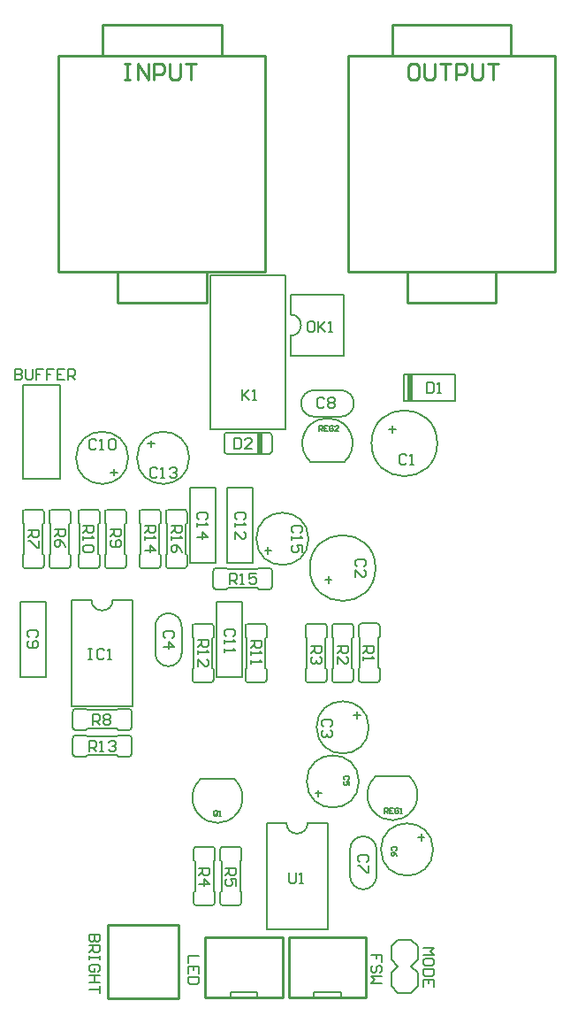
<source format=gto>
G04*
G04 #@! TF.GenerationSoftware,Altium Limited,Altium Designer,19.0.12 (326)*
G04*
G04 Layer_Color=65535*
%FSLAX25Y25*%
%MOIN*%
G70*
G01*
G75*
%ADD10C,0.00600*%
%ADD11C,0.01000*%
%ADD12C,0.00500*%
%ADD13C,0.00787*%
%ADD14C,0.00800*%
%ADD15R,0.02000X0.10000*%
%ADD16R,0.02000X0.08000*%
D10*
X163843Y57000D02*
G03*
X163843Y57000I-9843J0D01*
G01*
X135843Y82620D02*
G03*
X135843Y82620I-9843J0D01*
G01*
X116843Y174000D02*
G03*
X116843Y174000I-9843J0D01*
G01*
X80937Y156000D02*
G03*
X81937Y155000I1000J0D01*
G01*
Y163000D02*
G03*
X80937Y162000I0J-1000D01*
G01*
X103063D02*
G03*
X102063Y163000I-1000J0D01*
G01*
Y155000D02*
G03*
X103063Y156000I0J1000D01*
G01*
X100000Y119937D02*
G03*
X101000Y120937I0J1000D01*
G01*
X93000D02*
G03*
X94000Y119937I1000J0D01*
G01*
Y142063D02*
G03*
X93000Y141063I0J-1000D01*
G01*
X101000D02*
G03*
X100000Y142063I-1000J0D01*
G01*
X73000Y120937D02*
G03*
X74000Y119937I1000J0D01*
G01*
X80000D02*
G03*
X81000Y120937I0J1000D01*
G01*
Y141063D02*
G03*
X80000Y142063I-1000J0D01*
G01*
X74000D02*
G03*
X73000Y141063I0J-1000D01*
G01*
X64000Y126000D02*
G03*
X69000Y131000I0J5000D01*
G01*
X59000D02*
G03*
X64000Y126000I5000J0D01*
G01*
Y146000D02*
G03*
X59000Y141000I0J-5000D01*
G01*
X69000D02*
G03*
X64000Y146000I-5000J0D01*
G01*
X27937Y103000D02*
G03*
X28937Y102000I1000J0D01*
G01*
Y110000D02*
G03*
X27937Y109000I0J-1000D01*
G01*
X50063D02*
G03*
X49063Y110000I-1000J0D01*
G01*
Y102000D02*
G03*
X50063Y103000I0J1000D01*
G01*
X27937Y93000D02*
G03*
X28937Y92000I1000J0D01*
G01*
Y100000D02*
G03*
X27937Y99000I0J-1000D01*
G01*
X50063D02*
G03*
X49063Y100000I-1000J0D01*
G01*
Y92000D02*
G03*
X50063Y93000I0J1000D01*
G01*
X35000Y151000D02*
G03*
X43000Y151000I4000J0D01*
G01*
X71843Y204500D02*
G03*
X71843Y204500I-9843J0D01*
G01*
X63982Y185063D02*
G03*
X62982Y184063I0J-1000D01*
G01*
X70982D02*
G03*
X69982Y185063I-1000J0D01*
G01*
Y162937D02*
G03*
X70982Y163937I0J1000D01*
G01*
X62982D02*
G03*
X63982Y162937I1000J0D01*
G01*
X53000Y163937D02*
G03*
X54000Y162937I1000J0D01*
G01*
X60000D02*
G03*
X61000Y163937I0J1000D01*
G01*
Y184063D02*
G03*
X60000Y185063I-1000J0D01*
G01*
X54000D02*
G03*
X53000Y184063I0J-1000D01*
G01*
X48000D02*
G03*
X47000Y185063I-1000J0D01*
G01*
X41000D02*
G03*
X40000Y184063I0J-1000D01*
G01*
Y163937D02*
G03*
X41000Y162937I1000J0D01*
G01*
X47000D02*
G03*
X48000Y163937I0J1000D01*
G01*
X37000Y162937D02*
G03*
X38000Y163937I0J1000D01*
G01*
X30000D02*
G03*
X31000Y162937I1000J0D01*
G01*
Y185063D02*
G03*
X30000Y184063I0J-1000D01*
G01*
X38000D02*
G03*
X37000Y185063I-1000J0D01*
G01*
X26000Y162937D02*
G03*
X27000Y163937I0J1000D01*
G01*
X19000D02*
G03*
X20000Y162937I1000J0D01*
G01*
Y185063D02*
G03*
X19000Y184063I0J-1000D01*
G01*
X27000D02*
G03*
X26000Y185063I-1000J0D01*
G01*
X9000Y163937D02*
G03*
X10000Y162937I1000J0D01*
G01*
X16000D02*
G03*
X17000Y163937I0J1000D01*
G01*
Y184063D02*
G03*
X16000Y185063I-1000J0D01*
G01*
X10000D02*
G03*
X9000Y184063I0J-1000D01*
G01*
X48843Y204500D02*
G03*
X48843Y204500I-9843J0D01*
G01*
X115712Y120937D02*
G03*
X116712Y119937I1000J0D01*
G01*
X122712D02*
G03*
X123712Y120937I0J1000D01*
G01*
Y141063D02*
G03*
X122712Y142063I-1000J0D01*
G01*
X116712D02*
G03*
X115712Y141063I0J-1000D01*
G01*
X125712Y120937D02*
G03*
X126712Y119937I1000J0D01*
G01*
X132712D02*
G03*
X133712Y120937I0J1000D01*
G01*
Y141063D02*
G03*
X132712Y142063I-1000J0D01*
G01*
X126712D02*
G03*
X125712Y141063I0J-1000D01*
G01*
X73500Y36937D02*
G03*
X74500Y35937I1000J0D01*
G01*
X80500D02*
G03*
X81500Y36937I0J1000D01*
G01*
Y57063D02*
G03*
X80500Y58063I-1000J0D01*
G01*
X74500D02*
G03*
X73500Y57063I0J-1000D01*
G01*
X119000Y230000D02*
G03*
X114000Y225000I0J-5000D01*
G01*
D02*
G03*
X119000Y220000I5000J0D01*
G01*
X129000D02*
G03*
X134000Y225000I0J5000D01*
G01*
D02*
G03*
X129000Y230000I-5000J0D01*
G01*
X110000Y250500D02*
G03*
X110000Y258500I0J4000D01*
G01*
X120185Y218700D02*
G03*
X117579Y203000I3816J-8700D01*
G01*
X127816Y218700D02*
G03*
X120184Y218700I-3816J-8701D01*
G01*
X130421Y203000D02*
G03*
X127815Y218700I-6422J7000D01*
G01*
X86315Y67800D02*
G03*
X88921Y83500I-3816J8700D01*
G01*
X78684Y67800D02*
G03*
X86316Y67800I3816J8701D01*
G01*
X76079Y83500D02*
G03*
X78685Y67800I6422J-7000D01*
G01*
X90500Y35937D02*
G03*
X91500Y36937I0J1000D01*
G01*
X83500D02*
G03*
X84500Y35937I1000J0D01*
G01*
Y58063D02*
G03*
X83500Y57063I0J-1000D01*
G01*
X91500D02*
G03*
X90500Y58063I-1000J0D01*
G01*
X103000Y213000D02*
G03*
X102000Y214000I-1000J0D01*
G01*
Y206000D02*
G03*
X103000Y207000I0J1000D01*
G01*
X85000D02*
G03*
X86000Y206000I1000J0D01*
G01*
Y214000D02*
G03*
X85000Y213000I0J-1000D01*
G01*
X142079Y84500D02*
G03*
X144685Y68800I6422J-7000D01*
G01*
X144684Y68800D02*
G03*
X152316Y68800I3816J8701D01*
G01*
X152315Y68800D02*
G03*
X154921Y84500I-3816J8700D01*
G01*
X108500Y67000D02*
G03*
X116500Y67000I4000J0D01*
G01*
X132500Y47000D02*
G03*
X137500Y42000I5000J0D01*
G01*
D02*
G03*
X142500Y47000I0J5000D01*
G01*
Y57000D02*
G03*
X137500Y62000I-5000J0D01*
G01*
D02*
G03*
X132500Y57000I0J-5000D01*
G01*
X139575Y103000D02*
G03*
X139575Y103000I-9843J0D01*
G01*
X165402Y210000D02*
G03*
X165402Y210000I-12402J0D01*
G01*
X142114Y163000D02*
G03*
X142114Y163000I-12402J0D01*
G01*
X142712Y119987D02*
G03*
X143712Y120987I0J1000D01*
G01*
X135712D02*
G03*
X136712Y119987I1000J0D01*
G01*
Y142113D02*
G03*
X135712Y141113I0J-1000D01*
G01*
X143712D02*
G03*
X142712Y142113I-1000J0D01*
G01*
X159400Y60200D02*
Y62800D01*
X158100Y61500D02*
X160600D01*
X120600Y76820D02*
Y79420D01*
X119400Y78120D02*
X121900D01*
X101600Y168200D02*
Y170800D01*
X100400Y169500D02*
X102900D01*
X103063Y156000D02*
Y162000D01*
X80937Y156000D02*
Y162000D01*
X86437Y162500D02*
X97563D01*
X86437Y155500D02*
X97563D01*
X98063Y163000D02*
X102063D01*
X98063Y155000D02*
X102063D01*
X81937Y163000D02*
X85937D01*
X81937Y155000D02*
X85937D01*
X97563Y162500D02*
X98063Y163000D01*
X97563Y155500D02*
X98063Y155000D01*
X85937Y163000D02*
X86437Y162500D01*
X85937Y155000D02*
X86437Y155500D01*
X94000Y142063D02*
X100000D01*
X94000Y119937D02*
X100000D01*
X93500Y125437D02*
Y136563D01*
X100500Y125437D02*
Y136563D01*
X93000Y137063D02*
Y141063D01*
X101000Y137063D02*
Y141063D01*
X93000Y120937D02*
Y124937D01*
X101000Y120937D02*
Y124937D01*
X93000Y137063D02*
X93500Y136563D01*
X100500D02*
X101000Y137063D01*
X93000Y124937D02*
X93500Y125437D01*
X100500D02*
X101000Y124937D01*
X82118Y121894D02*
Y150106D01*
Y121894D02*
X91882D01*
Y150106D01*
X82118D02*
X91882D01*
X73000Y137063D02*
X73500Y136563D01*
X80500D02*
X81000Y137063D01*
X73000Y124937D02*
X73500Y125437D01*
X80500D02*
X81000Y124937D01*
X73000Y137063D02*
Y141063D01*
X81000Y137063D02*
Y141063D01*
X73000Y120937D02*
Y124937D01*
X81000Y120937D02*
Y124937D01*
X73500Y125437D02*
Y136563D01*
X80500Y125437D02*
Y136563D01*
X74000Y142063D02*
X80000D01*
X74000Y119937D02*
X80000D01*
X59000Y131000D02*
Y133500D01*
Y141000D01*
X69000Y131000D02*
Y141000D01*
X50063Y103000D02*
Y109000D01*
X27937Y103000D02*
Y109000D01*
X33437Y109500D02*
X44563D01*
X33437Y102500D02*
X44563D01*
X45063Y110000D02*
X49063D01*
X45063Y102000D02*
X49063D01*
X28937Y110000D02*
X32937D01*
X28937Y102000D02*
X32937D01*
X44563Y109500D02*
X45063Y110000D01*
X44563Y102500D02*
X45063Y102000D01*
X32937Y110000D02*
X33437Y109500D01*
X32937Y102000D02*
X33437Y102500D01*
X50063Y93000D02*
Y99000D01*
X27937Y93000D02*
Y99000D01*
X33437Y99500D02*
X44563D01*
X33437Y92500D02*
X44563D01*
X45063Y100000D02*
X49063D01*
X45063Y92000D02*
X49063D01*
X28937Y100000D02*
X32937D01*
X28937Y92000D02*
X32937D01*
X44563Y99500D02*
X45063Y100000D01*
X44563Y92500D02*
X45063Y92000D01*
X32937Y100000D02*
X33437Y99500D01*
X32937Y92000D02*
X33437Y92500D01*
X50500Y111000D02*
Y151000D01*
X43000D02*
X50500D01*
X27500D02*
X35000D01*
X27500Y111000D02*
Y151000D01*
Y111000D02*
X50500D01*
X8118Y121894D02*
Y150106D01*
Y121894D02*
X17882D01*
Y150106D01*
X8118D02*
X17882D01*
X56200Y209900D02*
X58800D01*
X57500Y208600D02*
Y211100D01*
X86118Y164894D02*
Y193106D01*
Y164894D02*
X95882D01*
Y193106D01*
X86118D02*
X95882D01*
X81882Y164894D02*
Y193106D01*
X72118D02*
X81882D01*
X72118Y164894D02*
Y193106D01*
Y164894D02*
X81882D01*
X63982Y162937D02*
X69982D01*
X63982Y185063D02*
X69982D01*
X70482Y168437D02*
Y179563D01*
X63482Y168437D02*
Y179563D01*
X70982Y163937D02*
Y167937D01*
X62982Y163937D02*
Y167937D01*
X70982Y180063D02*
Y184063D01*
X62982Y180063D02*
Y184063D01*
X70482Y168437D02*
X70982Y167937D01*
X62982D02*
X63482Y168437D01*
X70482Y179563D02*
X70982Y180063D01*
X62982D02*
X63482Y179563D01*
X53000Y180063D02*
X53500Y179563D01*
X60500D02*
X61000Y180063D01*
X53000Y167937D02*
X53500Y168437D01*
X60500D02*
X61000Y167937D01*
X53000Y180063D02*
Y184063D01*
X61000Y180063D02*
Y184063D01*
X53000Y163937D02*
Y167937D01*
X61000Y163937D02*
Y167937D01*
X53500Y168437D02*
Y179563D01*
X60500Y168437D02*
Y179563D01*
X54000Y185063D02*
X60000D01*
X54000Y162937D02*
X60000D01*
X47500Y168437D02*
X48000Y167937D01*
X40000D02*
X40500Y168437D01*
X47500Y179563D02*
X48000Y180063D01*
X40000D02*
X40500Y179563D01*
X48000Y163937D02*
Y167937D01*
X40000Y163937D02*
Y167937D01*
X48000Y180063D02*
Y184063D01*
X40000Y180063D02*
Y184063D01*
X47500Y168437D02*
Y179563D01*
X40500Y168437D02*
Y179563D01*
X41000Y162937D02*
X47000D01*
X41000Y185063D02*
X47000D01*
X31000D02*
X37000D01*
X31000Y162937D02*
X37000D01*
X30500Y168437D02*
Y179563D01*
X37500Y168437D02*
Y179563D01*
X30000Y180063D02*
Y184063D01*
X38000Y180063D02*
Y184063D01*
X30000Y163937D02*
Y167937D01*
X38000Y163937D02*
Y167937D01*
X30000Y180063D02*
X30500Y179563D01*
X37500D02*
X38000Y180063D01*
X30000Y167937D02*
X30500Y168437D01*
X37500D02*
X38000Y167937D01*
X20000Y185063D02*
X26000D01*
X20000Y162937D02*
X26000D01*
X19500Y168437D02*
Y179563D01*
X26500Y168437D02*
Y179563D01*
X19000Y180063D02*
Y184063D01*
X27000Y180063D02*
Y184063D01*
X19000Y163937D02*
Y167937D01*
X27000Y163937D02*
Y167937D01*
X19000Y180063D02*
X19500Y179563D01*
X26500D02*
X27000Y180063D01*
X19000Y167937D02*
X19500Y168437D01*
X26500D02*
X27000Y167937D01*
X9000Y180063D02*
X9500Y179563D01*
X16500D02*
X17000Y180063D01*
X9000Y167937D02*
X9500Y168437D01*
X16500D02*
X17000Y167937D01*
X9000Y180063D02*
Y184063D01*
X17000Y180063D02*
Y184063D01*
X9000Y163937D02*
Y167937D01*
X17000Y163937D02*
Y167937D01*
X9500Y168437D02*
Y179563D01*
X16500Y168437D02*
Y179563D01*
X10000Y185063D02*
X16000D01*
X10000Y162937D02*
X16000D01*
X42200Y199100D02*
X44800D01*
X43500Y197900D02*
Y200400D01*
X115712Y137063D02*
X116212Y136563D01*
X123212D02*
X123712Y137063D01*
X115712Y124937D02*
X116212Y125437D01*
X123212D02*
X123712Y124937D01*
X115712Y137063D02*
Y141063D01*
X123712Y137063D02*
Y141063D01*
X115712Y120937D02*
Y124937D01*
X123712Y120937D02*
Y124937D01*
X116212Y125437D02*
Y136563D01*
X123212Y125437D02*
Y136563D01*
X116712Y142063D02*
X122712D01*
X116712Y119937D02*
X122712D01*
X125712Y137063D02*
X126212Y136563D01*
X133212D02*
X133712Y137063D01*
X125712Y124937D02*
X126212Y125437D01*
X133212D02*
X133712Y124937D01*
X125712Y137063D02*
Y141063D01*
X133712Y137063D02*
Y141063D01*
X125712Y120937D02*
Y124937D01*
X133712Y120937D02*
Y124937D01*
X126212Y125437D02*
Y136563D01*
X133212Y125437D02*
Y136563D01*
X126712Y142063D02*
X132712D01*
X126712Y119937D02*
X132712D01*
X152700Y226000D02*
X172000D01*
Y236000D01*
X152650Y226000D02*
Y236000D01*
X156050D02*
X172000D01*
X152650D02*
X156650D01*
X73500Y53063D02*
X74000Y52563D01*
X81000D02*
X81500Y53063D01*
X73500Y40937D02*
X74000Y41437D01*
X81000D02*
X81500Y40937D01*
X73500Y53063D02*
Y57063D01*
X81500Y53063D02*
Y57063D01*
X73500Y36937D02*
Y40937D01*
X81500Y36937D02*
Y40937D01*
X74000Y41437D02*
Y52563D01*
X81000Y41437D02*
Y52563D01*
X74500Y58063D02*
X80500D01*
X74500Y35937D02*
X80500D01*
X119000Y230000D02*
X129000D01*
X119000Y220000D02*
X126500D01*
X129000D01*
X110000Y266000D02*
X130000D01*
X110000Y243000D02*
X130000D01*
Y266000D01*
X110000Y243000D02*
Y250500D01*
Y258500D02*
Y266000D01*
X117579Y203000D02*
X130421D01*
X76079Y83500D02*
X88921D01*
X84500Y58063D02*
X90500D01*
X84500Y35937D02*
X90500D01*
X84000Y41437D02*
Y52563D01*
X91000Y41437D02*
Y52563D01*
X83500Y53063D02*
Y57063D01*
X91500Y53063D02*
Y57063D01*
X83500Y36937D02*
Y40937D01*
X91500Y36937D02*
Y40937D01*
X83500Y53063D02*
X84000Y52563D01*
X91000D02*
X91500Y53063D01*
X83500Y40937D02*
X84000Y41437D01*
X91000D02*
X91500Y40937D01*
X103000Y207000D02*
Y213000D01*
X86000Y206000D02*
X102000D01*
X86000Y214000D02*
X102000D01*
X85000Y207000D02*
Y213000D01*
X142079Y84500D02*
X154921D01*
X124000Y27000D02*
Y67000D01*
X116500D02*
X124000D01*
X101000D02*
X108500D01*
X101000Y27000D02*
Y67000D01*
Y27000D02*
X124000D01*
X132500Y47000D02*
Y57000D01*
X142500Y47000D02*
Y54500D01*
Y57000D01*
X133832Y107500D02*
X136332D01*
X135132Y106200D02*
Y108800D01*
X147200Y215400D02*
X149800D01*
X148500Y214100D02*
Y216600D01*
X124312Y157200D02*
Y159800D01*
X123112Y158500D02*
X125612D01*
X136712Y142113D02*
X142712D01*
X136712Y119987D02*
X142712D01*
X136212Y125487D02*
Y136613D01*
X143212Y125487D02*
Y136613D01*
X135712Y137113D02*
Y141113D01*
X143712Y137113D02*
Y141113D01*
X135712Y120987D02*
Y124987D01*
X143712Y120987D02*
Y124987D01*
X135712Y137113D02*
X136212Y136613D01*
X143212D02*
X143712Y137113D01*
X135712Y124987D02*
X136212Y125487D01*
X143212D02*
X143712Y124987D01*
X131666Y83287D02*
X131999Y83620D01*
Y84287D01*
X131666Y84620D01*
X130333D01*
X130000Y84287D01*
Y83620D01*
X130333Y83287D01*
X131999Y81288D02*
Y82621D01*
X131000D01*
X131333Y81954D01*
Y81621D01*
X131000Y81288D01*
X130333D01*
X130000Y81621D01*
Y82287D01*
X130333Y82621D01*
X82537Y70027D02*
Y71360D01*
X82204Y71693D01*
X81537D01*
X81204Y71360D01*
Y70027D01*
X81537Y69694D01*
X82204D01*
X81871Y70360D02*
X82537Y69694D01*
X82204D02*
X82537Y70027D01*
X83204Y69694D02*
X83870D01*
X83537D01*
Y71693D01*
X83204Y71360D01*
X120762Y214595D02*
Y216594D01*
X121762D01*
X122095Y216261D01*
Y215594D01*
X121762Y215261D01*
X120762D01*
X121428D02*
X122095Y214595D01*
X124094Y216594D02*
X122761D01*
Y214595D01*
X124094D01*
X122761Y215594D02*
X123428D01*
X126094Y216261D02*
X125760Y216594D01*
X125094D01*
X124761Y216261D01*
Y214928D01*
X125094Y214595D01*
X125760D01*
X126094Y214928D01*
Y215594D01*
X125427D01*
X128093Y214595D02*
X126760D01*
X128093Y215928D01*
Y216261D01*
X127760Y216594D01*
X127093D01*
X126760Y216261D01*
X145390Y70694D02*
Y72693D01*
X146389D01*
X146723Y72360D01*
Y71694D01*
X146389Y71360D01*
X145390D01*
X146056D02*
X146723Y70694D01*
X148722Y72693D02*
X147389D01*
Y70694D01*
X148722D01*
X147389Y71694D02*
X148056D01*
X150721Y72360D02*
X150388Y72693D01*
X149722D01*
X149388Y72360D01*
Y71027D01*
X149722Y70694D01*
X150388D01*
X150721Y71027D01*
Y71694D01*
X150055D01*
X151388Y70694D02*
X152054D01*
X151721D01*
Y72693D01*
X151388Y72360D01*
X149666Y56667D02*
X149999Y57000D01*
Y57667D01*
X149666Y58000D01*
X148333D01*
X148000Y57667D01*
Y57000D01*
X148333Y56667D01*
X149999Y54668D02*
X149666Y55334D01*
X149000Y56001D01*
X148333D01*
X148000Y55667D01*
Y55001D01*
X148333Y54668D01*
X148667D01*
X149000Y55001D01*
Y56001D01*
D11*
X41276Y962D02*
X67653D01*
X41276D02*
Y28521D01*
X67653Y962D02*
Y28521D01*
X41276D02*
X67653D01*
X138567Y1218D02*
Y23856D01*
X109433Y1218D02*
X138567D01*
X109433D02*
Y23856D01*
X138567D01*
X107067Y1218D02*
Y23856D01*
X77933Y1218D02*
X107067D01*
X77933D02*
Y23856D01*
X107067D01*
X131860Y355848D02*
X148419D01*
Y367462D01*
Y355848D02*
X193301D01*
X148419Y367462D02*
X193301D01*
Y355848D02*
Y367462D01*
Y355848D02*
X209860D01*
Y274746D02*
Y355848D01*
X187592Y274746D02*
X209860D01*
X154128D02*
X187592D01*
Y262935D02*
Y274746D01*
X154128Y262935D02*
X187592D01*
X154128D02*
Y274746D01*
X131860D02*
X154128D01*
X131860D02*
Y355848D01*
X22641D02*
X39200D01*
Y367462D01*
Y355848D02*
X84082D01*
X39200Y367462D02*
X84082D01*
Y355848D02*
Y367462D01*
Y355848D02*
X100641D01*
Y274746D02*
Y355848D01*
X78373Y274746D02*
X100641D01*
X44909D02*
X78373D01*
Y262935D02*
Y274746D01*
X44909Y262935D02*
X78373D01*
X44909D02*
Y274746D01*
X22641D02*
X44909D01*
X22641D02*
Y355848D01*
X157359Y353098D02*
X155360D01*
X154360Y352098D01*
Y348100D01*
X155360Y347100D01*
X157359D01*
X158359Y348100D01*
Y352098D01*
X157359Y353098D01*
X160358D02*
Y348100D01*
X161358Y347100D01*
X163357D01*
X164357Y348100D01*
Y353098D01*
X166356D02*
X170355D01*
X168356D01*
Y347100D01*
X172354D02*
Y353098D01*
X175353D01*
X176353Y352098D01*
Y350099D01*
X175353Y349099D01*
X172354D01*
X178352Y353098D02*
Y348100D01*
X179352Y347100D01*
X181351D01*
X182351Y348100D01*
Y353098D01*
X184350D02*
X188349D01*
X186350D01*
Y347100D01*
X47641Y353098D02*
X49640D01*
X48641D01*
Y347100D01*
X47641D01*
X49640D01*
X52639D02*
Y353098D01*
X56638Y347100D01*
Y353098D01*
X58637Y347100D02*
Y353098D01*
X61637D01*
X62636Y352098D01*
Y350099D01*
X61637Y349099D01*
X58637D01*
X64635Y353098D02*
Y348100D01*
X65635Y347100D01*
X67634D01*
X68634Y348100D01*
Y353098D01*
X70634D02*
X74632D01*
X72633D01*
Y347100D01*
D12*
X23000Y196500D02*
Y231933D01*
X9221Y196500D02*
X23000D01*
X9221D02*
Y231933D01*
X23000D01*
X148000Y15500D02*
Y20500D01*
X158000Y15500D02*
Y20500D01*
X148000Y5500D02*
Y10500D01*
X158000Y5500D02*
Y10500D01*
X150500Y23000D02*
X155500D01*
X150500Y3000D02*
X155500D01*
X148000Y20500D02*
X150500Y23000D01*
X155500D02*
X158000Y20500D01*
X148000Y10500D02*
X150500Y13000D01*
X148000Y5500D02*
X150500Y3000D01*
X155500Y13000D02*
X158000Y15500D01*
X155500Y3000D02*
X158000Y5500D01*
X155500Y13000D02*
X158000Y10500D01*
X148000Y15500D02*
X150500Y13000D01*
D13*
X118882Y1445D02*
Y3413D01*
X129118D01*
Y1445D02*
Y3413D01*
X87382Y1445D02*
Y3413D01*
X97618D01*
Y1445D02*
Y3413D01*
D14*
X79827Y215350D02*
Y273224D01*
Y215350D02*
X108173D01*
Y273224D01*
X79827D02*
X108173D01*
X34000Y93885D02*
Y97884D01*
X35999D01*
X36666Y97217D01*
Y95884D01*
X35999Y95218D01*
X34000D01*
X35333D02*
X36666Y93885D01*
X37999D02*
X39332D01*
X38665D01*
Y97884D01*
X37999Y97217D01*
X41331D02*
X41997Y97884D01*
X43330D01*
X43997Y97217D01*
Y96551D01*
X43330Y95884D01*
X42664D01*
X43330D01*
X43997Y95218D01*
Y94551D01*
X43330Y93885D01*
X41997D01*
X41331Y94551D01*
X75000Y136000D02*
X78999D01*
Y134001D01*
X78332Y133334D01*
X76999D01*
X76333Y134001D01*
Y136000D01*
Y134667D02*
X75000Y133334D01*
Y132001D02*
Y130668D01*
Y131335D01*
X78999D01*
X78332Y132001D01*
X75000Y126003D02*
Y128669D01*
X77666Y126003D01*
X78332D01*
X78999Y126670D01*
Y128003D01*
X78332Y128669D01*
X95028Y135500D02*
X99026D01*
Y133501D01*
X98360Y132834D01*
X97027D01*
X96360Y133501D01*
Y135500D01*
Y134167D02*
X95028Y132834D01*
Y131501D02*
Y130168D01*
Y130835D01*
X99026D01*
X98360Y131501D01*
X95028Y128169D02*
Y126836D01*
Y127503D01*
X99026D01*
X98360Y128169D01*
X31937Y179000D02*
X35936D01*
Y177001D01*
X35269Y176334D01*
X33937D01*
X33270Y177001D01*
Y179000D01*
Y177667D02*
X31937Y176334D01*
Y175001D02*
Y173668D01*
Y174335D01*
X35936D01*
X35269Y175001D01*
Y171669D02*
X35936Y171003D01*
Y169670D01*
X35269Y169003D01*
X32604D01*
X31937Y169670D01*
Y171003D01*
X32604Y171669D01*
X35269D01*
X42000Y177500D02*
X45999D01*
Y175501D01*
X45332Y174834D01*
X43999D01*
X43333Y175501D01*
Y177500D01*
Y176167D02*
X42000Y174834D01*
X42666Y173501D02*
X42000Y172835D01*
Y171502D01*
X42666Y170835D01*
X45332D01*
X45999Y171502D01*
Y172835D01*
X45332Y173501D01*
X44666D01*
X43999Y172835D01*
Y170835D01*
X35495Y104000D02*
Y107999D01*
X37495D01*
X38161Y107332D01*
Y105999D01*
X37495Y105333D01*
X35495D01*
X36828D02*
X38161Y104000D01*
X39494Y107332D02*
X40161Y107999D01*
X41494D01*
X42160Y107332D01*
Y106666D01*
X41494Y105999D01*
X42160Y105333D01*
Y104666D01*
X41494Y104000D01*
X40161D01*
X39494Y104666D01*
Y105333D01*
X40161Y105999D01*
X39494Y106666D01*
Y107332D01*
X40161Y105999D02*
X41494D01*
X11000Y177405D02*
X14999D01*
Y175406D01*
X14332Y174740D01*
X12999D01*
X12333Y175406D01*
Y177405D01*
Y176073D02*
X11000Y174740D01*
X14999Y173407D02*
Y170741D01*
X14332D01*
X11666Y173407D01*
X11000D01*
X21028Y177500D02*
X25026D01*
Y175501D01*
X24360Y174834D01*
X23027D01*
X22361Y175501D01*
Y177500D01*
Y176167D02*
X21028Y174834D01*
X25026Y170835D02*
X24360Y172168D01*
X23027Y173501D01*
X21694D01*
X21028Y172835D01*
Y171502D01*
X21694Y170835D01*
X22361D01*
X23027Y171502D01*
Y173501D01*
X78217Y181334D02*
X78884Y182001D01*
Y183334D01*
X78217Y184000D01*
X75551D01*
X74885Y183334D01*
Y182001D01*
X75551Y181334D01*
X74885Y180001D02*
Y178668D01*
Y179335D01*
X78884D01*
X78217Y180001D01*
X74885Y174670D02*
X78884D01*
X76884Y176669D01*
Y174003D01*
X88332Y137334D02*
X88999Y138001D01*
Y139333D01*
X88332Y140000D01*
X85666D01*
X85000Y139333D01*
Y138001D01*
X85666Y137334D01*
X85000Y136001D02*
Y134668D01*
Y135335D01*
X88999D01*
X88332Y136001D01*
X85000Y132669D02*
Y131336D01*
Y132003D01*
X88999D01*
X88332Y132669D01*
X36666Y211021D02*
X35999Y211688D01*
X34666D01*
X34000Y211021D01*
Y208356D01*
X34666Y207689D01*
X35999D01*
X36666Y208356D01*
X37999Y207689D02*
X39332D01*
X38665D01*
Y211688D01*
X37999Y211021D01*
X41331D02*
X41997Y211688D01*
X43330D01*
X43997Y211021D01*
Y208356D01*
X43330Y207689D01*
X41997D01*
X41331Y208356D01*
Y211021D01*
X14174Y136834D02*
X14841Y137501D01*
Y138833D01*
X14174Y139500D01*
X11508D01*
X10842Y138833D01*
Y137501D01*
X11508Y136834D01*
Y135501D02*
X10842Y134835D01*
Y133502D01*
X11508Y132835D01*
X14174D01*
X14841Y133502D01*
Y134835D01*
X14174Y135501D01*
X13508D01*
X12841Y134835D01*
Y132835D01*
X6000Y237999D02*
Y234000D01*
X7999D01*
X8666Y234666D01*
Y235333D01*
X7999Y235999D01*
X6000D01*
X7999D01*
X8666Y236666D01*
Y237332D01*
X7999Y237999D01*
X6000D01*
X9999D02*
Y234666D01*
X10665Y234000D01*
X11998D01*
X12664Y234666D01*
Y237999D01*
X16663D02*
X13997D01*
Y235999D01*
X15330D01*
X13997D01*
Y234000D01*
X20662Y237999D02*
X17996D01*
Y235999D01*
X19329D01*
X17996D01*
Y234000D01*
X24661Y237999D02*
X21995D01*
Y234000D01*
X24661D01*
X21995Y235999D02*
X23328D01*
X25993Y234000D02*
Y237999D01*
X27993D01*
X28659Y237332D01*
Y235999D01*
X27993Y235333D01*
X25993D01*
X27326D02*
X28659Y234000D01*
X55000Y179000D02*
X58999D01*
Y177001D01*
X58332Y176334D01*
X56999D01*
X56333Y177001D01*
Y179000D01*
Y177667D02*
X55000Y176334D01*
Y175001D02*
Y173668D01*
Y174335D01*
X58999D01*
X58332Y175001D01*
X55000Y169670D02*
X58999D01*
X56999Y171669D01*
Y169003D01*
X65000Y179000D02*
X68999D01*
Y177001D01*
X68332Y176334D01*
X66999D01*
X66333Y177001D01*
Y179000D01*
Y177667D02*
X65000Y176334D01*
Y175001D02*
Y173668D01*
Y174335D01*
X68999D01*
X68332Y175001D01*
X68999Y169003D02*
X68332Y170336D01*
X66999Y171669D01*
X65666D01*
X65000Y171003D01*
Y169670D01*
X65666Y169003D01*
X66333D01*
X66999Y169670D01*
Y171669D01*
X87189Y157000D02*
Y160999D01*
X89189D01*
X89855Y160332D01*
Y158999D01*
X89189Y158333D01*
X87189D01*
X88522D02*
X89855Y157000D01*
X91188D02*
X92521D01*
X91854D01*
Y160999D01*
X91188Y160332D01*
X97186Y160999D02*
X94520D01*
Y158999D01*
X95853Y159666D01*
X96520D01*
X97186Y158999D01*
Y157667D01*
X96520Y157000D01*
X95187D01*
X94520Y157667D01*
X33874Y132758D02*
X35207D01*
X34541D01*
Y128759D01*
X33874D01*
X35207D01*
X39872Y132092D02*
X39206Y132758D01*
X37873D01*
X37206Y132092D01*
Y129426D01*
X37873Y128759D01*
X39206D01*
X39872Y129426D01*
X41205Y128759D02*
X42538D01*
X41871D01*
Y132758D01*
X41205Y132092D01*
X59666Y200332D02*
X58999Y200999D01*
X57666D01*
X57000Y200332D01*
Y197667D01*
X57666Y197000D01*
X58999D01*
X59666Y197667D01*
X60999Y197000D02*
X62332D01*
X61665D01*
Y200999D01*
X60999Y200332D01*
X64331D02*
X64997Y200999D01*
X66330D01*
X66997Y200332D01*
Y199666D01*
X66330Y198999D01*
X65664D01*
X66330D01*
X66997Y198333D01*
Y197667D01*
X66330Y197000D01*
X64997D01*
X64331Y197667D01*
X113832Y176334D02*
X114499Y177001D01*
Y178333D01*
X113832Y179000D01*
X111167D01*
X110500Y178333D01*
Y177001D01*
X111167Y176334D01*
X110500Y175001D02*
Y173668D01*
Y174335D01*
X114499D01*
X113832Y175001D01*
X114499Y169003D02*
Y171669D01*
X112499D01*
X113166Y170336D01*
Y169670D01*
X112499Y169003D01*
X111167D01*
X110500Y169670D01*
Y171003D01*
X111167Y171669D01*
X92332Y181334D02*
X92999Y182001D01*
Y183334D01*
X92332Y184000D01*
X89666D01*
X89000Y183334D01*
Y182001D01*
X89666Y181334D01*
X89000Y180001D02*
Y178668D01*
Y179335D01*
X92999D01*
X92332Y180001D01*
X89000Y174003D02*
Y176669D01*
X91666Y174003D01*
X92332D01*
X92999Y174670D01*
Y176003D01*
X92332Y176669D01*
X65332Y136663D02*
X65999Y137329D01*
Y138662D01*
X65332Y139329D01*
X62666D01*
X62000Y138662D01*
Y137329D01*
X62666Y136663D01*
X62000Y133330D02*
X65999D01*
X63999Y135330D01*
Y132664D01*
X161481Y232999D02*
Y229000D01*
X163480D01*
X164147Y229666D01*
Y232332D01*
X163480Y232999D01*
X161481D01*
X165480Y229000D02*
X166813D01*
X166146D01*
Y232999D01*
X165480Y232332D01*
X37999Y25000D02*
X34000D01*
Y23001D01*
X34666Y22334D01*
X35333D01*
X35999Y23001D01*
Y25000D01*
Y23001D01*
X36666Y22334D01*
X37332D01*
X37999Y23001D01*
Y25000D01*
X34000Y21001D02*
X37999D01*
Y19002D01*
X37332Y18336D01*
X35999D01*
X35333Y19002D01*
Y21001D01*
Y19668D02*
X34000Y18336D01*
X37999Y17003D02*
Y15670D01*
Y16336D01*
X34000D01*
Y17003D01*
Y15670D01*
X37332Y11005D02*
X37999Y11671D01*
Y13004D01*
X37332Y13670D01*
X34666D01*
X34000Y13004D01*
Y11671D01*
X34666Y11005D01*
X35999D01*
Y12337D01*
X37999Y9672D02*
X34000D01*
X35999D01*
Y7006D01*
X37999D01*
X34000D01*
X37999Y5673D02*
Y3007D01*
Y4340D01*
X34000D01*
X122928Y226532D02*
X122262Y227199D01*
X120929D01*
X120262Y226532D01*
Y223866D01*
X120929Y223200D01*
X122262D01*
X122928Y223866D01*
X124261Y226532D02*
X124927Y227199D01*
X126260D01*
X126927Y226532D01*
Y225866D01*
X126260Y225199D01*
X126927Y224533D01*
Y223866D01*
X126260Y223200D01*
X124927D01*
X124261Y223866D01*
Y224533D01*
X124927Y225199D01*
X124261Y225866D01*
Y226532D01*
X124927Y225199D02*
X126260D01*
X85500Y50000D02*
X89499D01*
Y48001D01*
X88832Y47334D01*
X87499D01*
X86833Y48001D01*
Y50000D01*
Y48667D02*
X85500Y47334D01*
X89499Y43336D02*
Y46001D01*
X87499D01*
X88166Y44668D01*
Y44002D01*
X87499Y43336D01*
X86166D01*
X85500Y44002D01*
Y45335D01*
X86166Y46001D01*
X118599Y255899D02*
X117266D01*
X116600Y255232D01*
Y252566D01*
X117266Y251900D01*
X118599D01*
X119266Y252566D01*
Y255232D01*
X118599Y255899D01*
X120599D02*
Y251900D01*
Y253233D01*
X123265Y255899D01*
X121265Y253899D01*
X123265Y251900D01*
X124597D02*
X125930D01*
X125264D01*
Y255899D01*
X124597Y255232D01*
X160000Y20068D02*
X163999D01*
X162666Y18735D01*
X163999Y17402D01*
X160000D01*
X163999Y14070D02*
Y15403D01*
X163332Y16069D01*
X160667D01*
X160000Y15403D01*
Y14070D01*
X160667Y13403D01*
X163332D01*
X163999Y14070D01*
Y12070D02*
X160000D01*
Y10071D01*
X160667Y9404D01*
X163332D01*
X163999Y10071D01*
Y12070D01*
Y5406D02*
Y8072D01*
X160000D01*
Y5406D01*
X161999Y8072D02*
Y6739D01*
X88900Y211899D02*
Y207900D01*
X90899D01*
X91566Y208566D01*
Y211232D01*
X90899Y211899D01*
X88900D01*
X95565Y207900D02*
X92899D01*
X95565Y210566D01*
Y211232D01*
X94898Y211899D01*
X93565D01*
X92899Y211232D01*
X75500Y50000D02*
X79499D01*
Y48001D01*
X78832Y47334D01*
X77499D01*
X76833Y48001D01*
Y50000D01*
Y48667D02*
X75500Y47334D01*
Y44002D02*
X79499D01*
X77499Y46001D01*
Y43336D01*
X75499Y16900D02*
X71500D01*
Y14234D01*
X75499Y10236D02*
Y12901D01*
X71500D01*
Y10236D01*
X73499Y12901D02*
Y11568D01*
X75499Y8903D02*
X71500D01*
Y6903D01*
X72166Y6237D01*
X74832D01*
X75499Y6903D01*
Y8903D01*
X144586Y14734D02*
Y17400D01*
X142586D01*
Y16067D01*
Y17400D01*
X140587D01*
X143919Y10735D02*
X144586Y11402D01*
Y12735D01*
X143919Y13401D01*
X143253D01*
X142586Y12735D01*
Y11402D01*
X141920Y10735D01*
X141253D01*
X140587Y11402D01*
Y12735D01*
X141253Y13401D01*
X144586Y9403D02*
X140587D01*
X141920Y8070D01*
X140587Y6737D01*
X144586D01*
X117740Y133500D02*
X121738D01*
Y131501D01*
X121072Y130834D01*
X119739D01*
X119073Y131501D01*
Y133500D01*
Y132167D02*
X117740Y130834D01*
X121072Y129501D02*
X121738Y128835D01*
Y127502D01*
X121072Y126836D01*
X120405D01*
X119739Y127502D01*
Y128168D01*
Y127502D01*
X119073Y126836D01*
X118406D01*
X117740Y127502D01*
Y128835D01*
X118406Y129501D01*
X91750Y230365D02*
Y226366D01*
Y227699D01*
X94416Y230365D01*
X92416Y228365D01*
X94416Y226366D01*
X95749D02*
X97082D01*
X96415D01*
Y230365D01*
X95749Y229698D01*
X127715Y133500D02*
X131714D01*
Y131501D01*
X131047Y130834D01*
X129714D01*
X129048Y131501D01*
Y133500D01*
Y132167D02*
X127715Y130834D01*
Y126836D02*
Y129501D01*
X130381Y126836D01*
X131047D01*
X131714Y127502D01*
Y128835D01*
X131047Y129501D01*
X153666Y205332D02*
X152999Y205999D01*
X151666D01*
X151000Y205332D01*
Y202666D01*
X151666Y202000D01*
X152999D01*
X153666Y202666D01*
X154999Y202000D02*
X156332D01*
X155665D01*
Y205999D01*
X154999Y205332D01*
X109638Y48394D02*
Y45062D01*
X110304Y44396D01*
X111637D01*
X112304Y45062D01*
Y48394D01*
X113637Y44396D02*
X114970D01*
X114303D01*
Y48394D01*
X113637Y47728D01*
X137634Y133500D02*
X141632D01*
Y131501D01*
X140966Y130834D01*
X139633D01*
X138967Y131501D01*
Y133500D01*
Y132167D02*
X137634Y130834D01*
Y129501D02*
Y128168D01*
Y128835D01*
X141632D01*
X140966Y129501D01*
X125158Y103334D02*
X125824Y104001D01*
Y105333D01*
X125158Y106000D01*
X122492D01*
X121825Y105333D01*
Y104001D01*
X122492Y103334D01*
X125158Y102001D02*
X125824Y101335D01*
Y100002D01*
X125158Y99335D01*
X124491D01*
X123825Y100002D01*
Y100668D01*
Y100002D01*
X123158Y99335D01*
X122492D01*
X121825Y100002D01*
Y101335D01*
X122492Y102001D01*
X137873Y163683D02*
X138539Y164349D01*
Y165682D01*
X137873Y166349D01*
X135207D01*
X134540Y165682D01*
Y164349D01*
X135207Y163683D01*
X134540Y159684D02*
Y162350D01*
X137206Y159684D01*
X137873D01*
X138539Y160351D01*
Y161683D01*
X137873Y162350D01*
X138832Y52334D02*
X139499Y53001D01*
Y54334D01*
X138832Y55000D01*
X136167D01*
X135500Y54334D01*
Y53001D01*
X136167Y52334D01*
X139499Y51001D02*
Y48335D01*
X138832D01*
X136167Y51001D01*
X135500D01*
D15*
X155150Y231000D02*
D03*
D16*
X98500Y210000D02*
D03*
M02*

</source>
